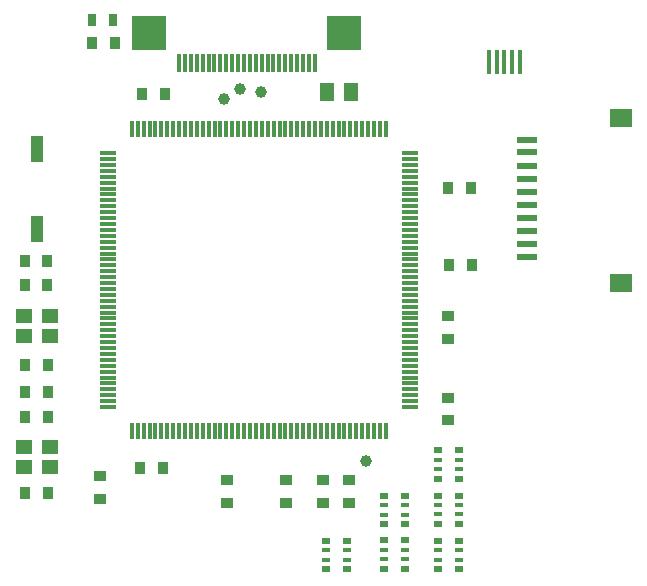
<source format=gtp>
G04 #@! TF.FileFunction,Paste,Top*
%FSLAX46Y46*%
G04 Gerber Fmt 4.6, Leading zero omitted, Abs format (unit mm)*
G04 Created by KiCad (PCBNEW 4.0.7-e2-6376~58~ubuntu16.04.1) date Fri Jan 26 09:39:30 2018*
%MOMM*%
%LPD*%
G01*
G04 APERTURE LIST*
%ADD10C,0.100000*%
%ADD11R,1.800000X0.500000*%
%ADD12R,1.900000X1.500000*%
%ADD13R,0.400000X2.000000*%
%ADD14R,0.300000X1.500000*%
%ADD15R,3.000000X3.000000*%
%ADD16R,1.420000X0.300000*%
%ADD17R,0.300000X1.420000*%
%ADD18R,0.845000X1.000000*%
%ADD19R,1.000000X0.845000*%
%ADD20R,1.145000X1.500000*%
%ADD21R,0.670000X1.000000*%
%ADD22C,1.000000*%
%ADD23R,0.800000X0.500000*%
%ADD24R,0.800000X0.400000*%
%ADD25R,1.120000X2.160000*%
%ADD26R,1.400000X1.200000*%
G04 APERTURE END LIST*
D10*
D11*
X90042400Y-85583200D03*
X90042400Y-86683200D03*
X90042400Y-87783200D03*
X90042400Y-88883200D03*
X90042400Y-89983200D03*
X90042400Y-91083200D03*
X90042400Y-92183200D03*
X90042400Y-93283200D03*
X90042400Y-84383200D03*
X90042400Y-83383200D03*
D12*
X97942400Y-95453200D03*
X97942400Y-81553200D03*
D13*
X89400000Y-76800000D03*
X88750000Y-76800000D03*
X88100000Y-76800000D03*
X87450000Y-76800000D03*
X86800000Y-76800000D03*
D14*
X72050800Y-76860400D03*
X71550800Y-76860400D03*
X71050800Y-76860400D03*
X70550800Y-76860400D03*
X70050800Y-76860400D03*
X69550800Y-76860400D03*
X69050800Y-76860400D03*
X68550800Y-76860400D03*
X68050800Y-76860400D03*
X67550800Y-76860400D03*
X67050800Y-76860400D03*
X66550800Y-76860400D03*
X66050800Y-76860400D03*
X65550800Y-76860400D03*
X65050800Y-76860400D03*
X64550800Y-76860400D03*
X64050800Y-76860400D03*
X63550800Y-76860400D03*
X63050800Y-76860400D03*
X62550800Y-76860400D03*
X62050800Y-76860400D03*
X61550800Y-76860400D03*
X61050800Y-76860400D03*
X60550800Y-76860400D03*
D15*
X74550800Y-74360400D03*
X58050800Y-74360400D03*
D16*
X54540000Y-84500000D03*
X54540000Y-85000000D03*
X54540000Y-85500000D03*
X54540000Y-86000000D03*
X54540000Y-86500000D03*
X54540000Y-87000000D03*
X54540000Y-87500000D03*
X54540000Y-88000000D03*
X54540000Y-88500000D03*
X54540000Y-89000000D03*
X54540000Y-89500000D03*
X54540000Y-90000000D03*
X54540000Y-90500000D03*
X54540000Y-91000000D03*
X54540000Y-91500000D03*
X54540000Y-92000000D03*
X54540000Y-92500000D03*
X54540000Y-93000000D03*
X54540000Y-93500000D03*
X54540000Y-94000000D03*
X54540000Y-94500000D03*
X54540000Y-95000000D03*
X54540000Y-95500000D03*
X54540000Y-96000000D03*
X54540000Y-96500000D03*
X54540000Y-97000000D03*
X54540000Y-97500000D03*
X54540000Y-98000000D03*
X54540000Y-98500000D03*
X54540000Y-99000000D03*
X54540000Y-99500000D03*
X54540000Y-100000000D03*
X54540000Y-100500000D03*
X54540000Y-101000000D03*
X54540000Y-101500000D03*
X54540000Y-102000000D03*
X54540000Y-102500000D03*
X54540000Y-103000000D03*
X54540000Y-103500000D03*
X54540000Y-104000000D03*
X54540000Y-104500000D03*
X54540000Y-105000000D03*
X54540000Y-105500000D03*
X54540000Y-106000000D03*
D17*
X56560000Y-108020000D03*
X57060000Y-108020000D03*
X57560000Y-108020000D03*
X58060000Y-108020000D03*
X58560000Y-108020000D03*
X59060000Y-108020000D03*
X59560000Y-108020000D03*
X60060000Y-108020000D03*
X60560000Y-108020000D03*
X61060000Y-108020000D03*
X61560000Y-108020000D03*
X62060000Y-108020000D03*
X62560000Y-108020000D03*
X63060000Y-108020000D03*
X63560000Y-108020000D03*
X64060000Y-108020000D03*
X64560000Y-108020000D03*
X65060000Y-108020000D03*
X65560000Y-108020000D03*
X66060000Y-108020000D03*
X66560000Y-108020000D03*
X67060000Y-108020000D03*
X67560000Y-108020000D03*
X68060000Y-108020000D03*
X68560000Y-108020000D03*
X69060000Y-108020000D03*
X69560000Y-108020000D03*
X70060000Y-108020000D03*
X70560000Y-108020000D03*
X71060000Y-108020000D03*
X71560000Y-108020000D03*
X72060000Y-108020000D03*
X72560000Y-108020000D03*
X73060000Y-108020000D03*
X73560000Y-108020000D03*
X74060000Y-108020000D03*
X74560000Y-108020000D03*
X75060000Y-108020000D03*
X75560000Y-108020000D03*
X76060000Y-108020000D03*
X76560000Y-108020000D03*
X77060000Y-108020000D03*
X77560000Y-108020000D03*
X78060000Y-108020000D03*
D16*
X80080000Y-106000000D03*
X80080000Y-105500000D03*
X80080000Y-105000000D03*
X80080000Y-104500000D03*
X80080000Y-104000000D03*
X80080000Y-103500000D03*
X80080000Y-103000000D03*
X80080000Y-102500000D03*
X80080000Y-102000000D03*
X80080000Y-101500000D03*
X80080000Y-101000000D03*
X80080000Y-100500000D03*
X80080000Y-100000000D03*
X80080000Y-99500000D03*
X80080000Y-99000000D03*
X80080000Y-98500000D03*
X80080000Y-98000000D03*
X80080000Y-97500000D03*
X80080000Y-97000000D03*
X80080000Y-96500000D03*
X80080000Y-96000000D03*
X80080000Y-95500000D03*
X80080000Y-95000000D03*
X80080000Y-94500000D03*
X80080000Y-94000000D03*
X80080000Y-93500000D03*
X80080000Y-93000000D03*
X80080000Y-92500000D03*
X80080000Y-92000000D03*
X80080000Y-91500000D03*
X80080000Y-91000000D03*
X80080000Y-90500000D03*
X80080000Y-90000000D03*
X80080000Y-89500000D03*
X80080000Y-89000000D03*
X80080000Y-88500000D03*
X80080000Y-88000000D03*
X80080000Y-87500000D03*
X80080000Y-87000000D03*
X80080000Y-86500000D03*
X80080000Y-86000000D03*
X80080000Y-85500000D03*
X80080000Y-85000000D03*
X80080000Y-84500000D03*
D17*
X78060000Y-82480000D03*
X77560000Y-82480000D03*
X77060000Y-82480000D03*
X76560000Y-82480000D03*
X76060000Y-82480000D03*
X75560000Y-82480000D03*
X75060000Y-82480000D03*
X74560000Y-82480000D03*
X74060000Y-82480000D03*
X73560000Y-82480000D03*
X73060000Y-82480000D03*
X72560000Y-82480000D03*
X72060000Y-82480000D03*
X71560000Y-82480000D03*
X71060000Y-82480000D03*
X70560000Y-82480000D03*
X70060000Y-82480000D03*
X69560000Y-82480000D03*
X69060000Y-82480000D03*
X68560000Y-82480000D03*
X68060000Y-82480000D03*
X67560000Y-82480000D03*
X67060000Y-82480000D03*
X66560000Y-82480000D03*
X66060000Y-82480000D03*
X65560000Y-82480000D03*
X65060000Y-82480000D03*
X64560000Y-82480000D03*
X64060000Y-82480000D03*
X63560000Y-82480000D03*
X63060000Y-82480000D03*
X62560000Y-82480000D03*
X62060000Y-82480000D03*
X61560000Y-82480000D03*
X61060000Y-82480000D03*
X60560000Y-82480000D03*
X60060000Y-82480000D03*
X59560000Y-82480000D03*
X59060000Y-82480000D03*
X58560000Y-82480000D03*
X58060000Y-82480000D03*
X57560000Y-82480000D03*
X57060000Y-82480000D03*
X56560000Y-82480000D03*
D18*
X47475000Y-95700000D03*
X49400000Y-95700000D03*
X49425000Y-102400000D03*
X47500000Y-102400000D03*
X49400000Y-93600000D03*
X47475000Y-93600000D03*
D19*
X72771000Y-112194500D03*
X72771000Y-114119500D03*
D18*
X83324900Y-87477600D03*
X85249900Y-87477600D03*
X83390900Y-93954600D03*
X85315900Y-93954600D03*
D19*
X74930000Y-112194500D03*
X74930000Y-114119500D03*
X64617600Y-112184300D03*
X64617600Y-114109300D03*
X83337400Y-98275300D03*
X83337400Y-100200300D03*
X83337400Y-105209500D03*
X83337400Y-107134500D03*
D18*
X59357100Y-79451200D03*
X57432100Y-79451200D03*
D19*
X69596000Y-112169100D03*
X69596000Y-114094100D03*
D18*
X59153900Y-111125000D03*
X57228900Y-111125000D03*
X49425000Y-106800000D03*
X47500000Y-106800000D03*
X47551500Y-113284000D03*
X49476500Y-113284000D03*
D20*
X73057500Y-79300000D03*
X75142500Y-79300000D03*
D21*
X53225000Y-73200000D03*
X54975000Y-73200000D03*
D22*
X64400000Y-79900000D03*
X76400000Y-110600000D03*
X67500000Y-79300000D03*
X65700000Y-79100000D03*
D18*
X49425000Y-104700000D03*
X47500000Y-104700000D03*
D19*
X53873400Y-113763900D03*
X53873400Y-111838900D03*
D18*
X53175000Y-75200000D03*
X55100000Y-75200000D03*
D23*
X79690800Y-115931800D03*
D24*
X79690800Y-114331800D03*
X79690800Y-115131800D03*
D23*
X79690800Y-113531800D03*
D24*
X77890800Y-115131800D03*
D23*
X77890800Y-115931800D03*
D24*
X77890800Y-114331800D03*
D23*
X77890800Y-113531800D03*
X77890800Y-117291000D03*
D24*
X77890800Y-118891000D03*
X77890800Y-118091000D03*
D23*
X77890800Y-119691000D03*
D24*
X79690800Y-118091000D03*
D23*
X79690800Y-117291000D03*
D24*
X79690800Y-118891000D03*
D23*
X79690800Y-119691000D03*
X82473800Y-113487200D03*
D24*
X82473800Y-115087200D03*
X82473800Y-114287200D03*
D23*
X82473800Y-115887200D03*
D24*
X84273800Y-114287200D03*
D23*
X84273800Y-113487200D03*
D24*
X84273800Y-115087200D03*
D23*
X84273800Y-115887200D03*
X82477200Y-109651800D03*
D24*
X82477200Y-111251800D03*
X82477200Y-110451800D03*
D23*
X82477200Y-112051800D03*
D24*
X84277200Y-110451800D03*
D23*
X84277200Y-109651800D03*
D24*
X84277200Y-111251800D03*
D23*
X84277200Y-112051800D03*
X82462800Y-117316400D03*
D24*
X82462800Y-118916400D03*
X82462800Y-118116400D03*
D23*
X82462800Y-119716400D03*
D24*
X84262800Y-118116400D03*
D23*
X84262800Y-117316400D03*
D24*
X84262800Y-118916400D03*
D23*
X84262800Y-119716400D03*
X73003000Y-117310000D03*
D24*
X73003000Y-118910000D03*
X73003000Y-118110000D03*
D23*
X73003000Y-119710000D03*
D24*
X74803000Y-118110000D03*
D23*
X74803000Y-117310000D03*
D24*
X74803000Y-118910000D03*
D23*
X74803000Y-119710000D03*
D25*
X48500000Y-84170000D03*
X48500000Y-90900000D03*
D26*
X49600000Y-98300000D03*
X47400000Y-98300000D03*
X47400000Y-100000000D03*
X49600000Y-100000000D03*
X49600000Y-109350000D03*
X47400000Y-109350000D03*
X47400000Y-111050000D03*
X49600000Y-111050000D03*
M02*

</source>
